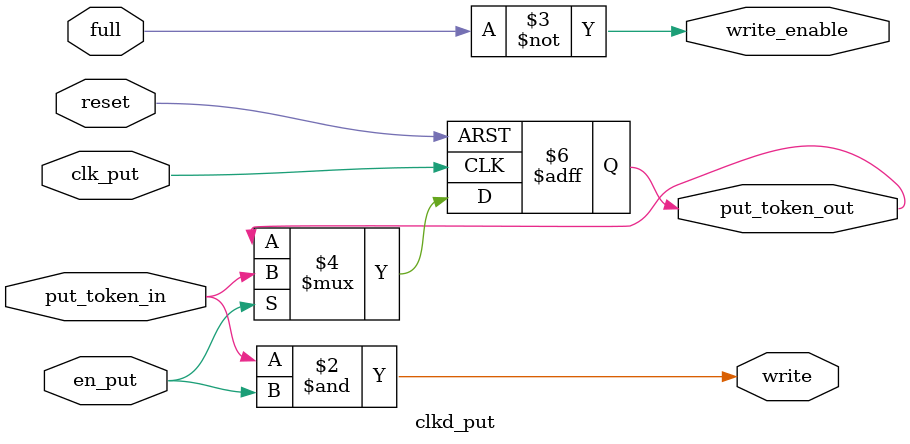
<source format=v>


////////////////////////////////////////////////////////////////////////////////////
//                                                                                //
// reset >------------------------.                                               //
//                            ____|_____                                          //
//                           | RST/SET | (STAGE=0 ? SET : RST)                    //
// clk_put >-----------------|CLK  __  |                                          //
//                           |    ^    |                                          //
// put_token_in >----+-------|D __|   Q|-------> put_token_out                    //
//                   |       |         |                                          //
//                   |       |___EN____|                                          //
//                   |            |    ____                                       //
// en_put >----------|------------+---|    \                                      //
//                   |                | AND )----------> write                    //
//                   +----------------|____/                                      //       
//                   |                 ____                                       //
//                   '----------------|    \                                      //
//                                    | AND )---> write_enable                    //
// full >----------------------------O|____/                                      //
//                                                                                //
////////////////////////////////////////////////////////////////////////////////////

module clkd_put
  #( parameter  STAGE = 0    )  // stage index
   ( input      reset        ,  // global reset
     input      clk_put      ,  // clock for sender domain
     input      en_put       ,  // enable put
     output     write_enable ,  // enable writting
     input      put_token_in ,  // put token ring in
     output reg put_token_out,  // put token ring out
     output     write        ,  // write indicator to current stage
     input      full         ); // current stage is full

  // flop to hold token state       
  always@(posedge clk_put or posedge reset)
    if (reset)
      if (STAGE == 0) put_token_out <= 1'b1;
      else            put_token_out <= 1'b0;
    else if (en_put)
      put_token_out <= put_token_in;

  // assign outputs
  assign write        = put_token_in & en_put;

//ameer-July2016
//assign write_enable = put_token_in & ~full ;
  assign write_enable =                ~full ;

endmodule // clkd_put


</source>
